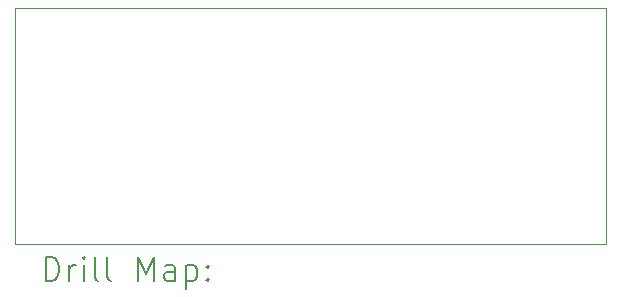
<source format=gbr>
%TF.GenerationSoftware,KiCad,Pcbnew,8.0.5*%
%TF.CreationDate,2024-10-12T18:06:36+02:00*%
%TF.ProjectId,DCDC_converter,44434443-5f63-46f6-9e76-65727465722e,rev?*%
%TF.SameCoordinates,Original*%
%TF.FileFunction,Drillmap*%
%TF.FilePolarity,Positive*%
%FSLAX45Y45*%
G04 Gerber Fmt 4.5, Leading zero omitted, Abs format (unit mm)*
G04 Created by KiCad (PCBNEW 8.0.5) date 2024-10-12 18:06:36*
%MOMM*%
%LPD*%
G01*
G04 APERTURE LIST*
%ADD10C,0.050000*%
%ADD11C,0.200000*%
G04 APERTURE END LIST*
D10*
X10000000Y-7000000D02*
X5000000Y-7000000D01*
X10000000Y-5000000D02*
X10000000Y-7000000D01*
X5000000Y-5000000D02*
X10000000Y-5000000D01*
X5000000Y-7000000D02*
X5000000Y-5000000D01*
D11*
X5258277Y-7313984D02*
X5258277Y-7113984D01*
X5258277Y-7113984D02*
X5305896Y-7113984D01*
X5305896Y-7113984D02*
X5334467Y-7123508D01*
X5334467Y-7123508D02*
X5353515Y-7142555D01*
X5353515Y-7142555D02*
X5363039Y-7161603D01*
X5363039Y-7161603D02*
X5372563Y-7199698D01*
X5372563Y-7199698D02*
X5372563Y-7228269D01*
X5372563Y-7228269D02*
X5363039Y-7266365D01*
X5363039Y-7266365D02*
X5353515Y-7285412D01*
X5353515Y-7285412D02*
X5334467Y-7304460D01*
X5334467Y-7304460D02*
X5305896Y-7313984D01*
X5305896Y-7313984D02*
X5258277Y-7313984D01*
X5458277Y-7313984D02*
X5458277Y-7180650D01*
X5458277Y-7218746D02*
X5467801Y-7199698D01*
X5467801Y-7199698D02*
X5477324Y-7190174D01*
X5477324Y-7190174D02*
X5496372Y-7180650D01*
X5496372Y-7180650D02*
X5515420Y-7180650D01*
X5582086Y-7313984D02*
X5582086Y-7180650D01*
X5582086Y-7113984D02*
X5572563Y-7123508D01*
X5572563Y-7123508D02*
X5582086Y-7133031D01*
X5582086Y-7133031D02*
X5591610Y-7123508D01*
X5591610Y-7123508D02*
X5582086Y-7113984D01*
X5582086Y-7113984D02*
X5582086Y-7133031D01*
X5705896Y-7313984D02*
X5686848Y-7304460D01*
X5686848Y-7304460D02*
X5677324Y-7285412D01*
X5677324Y-7285412D02*
X5677324Y-7113984D01*
X5810658Y-7313984D02*
X5791610Y-7304460D01*
X5791610Y-7304460D02*
X5782086Y-7285412D01*
X5782086Y-7285412D02*
X5782086Y-7113984D01*
X6039229Y-7313984D02*
X6039229Y-7113984D01*
X6039229Y-7113984D02*
X6105896Y-7256841D01*
X6105896Y-7256841D02*
X6172562Y-7113984D01*
X6172562Y-7113984D02*
X6172562Y-7313984D01*
X6353515Y-7313984D02*
X6353515Y-7209222D01*
X6353515Y-7209222D02*
X6343991Y-7190174D01*
X6343991Y-7190174D02*
X6324943Y-7180650D01*
X6324943Y-7180650D02*
X6286848Y-7180650D01*
X6286848Y-7180650D02*
X6267801Y-7190174D01*
X6353515Y-7304460D02*
X6334467Y-7313984D01*
X6334467Y-7313984D02*
X6286848Y-7313984D01*
X6286848Y-7313984D02*
X6267801Y-7304460D01*
X6267801Y-7304460D02*
X6258277Y-7285412D01*
X6258277Y-7285412D02*
X6258277Y-7266365D01*
X6258277Y-7266365D02*
X6267801Y-7247317D01*
X6267801Y-7247317D02*
X6286848Y-7237793D01*
X6286848Y-7237793D02*
X6334467Y-7237793D01*
X6334467Y-7237793D02*
X6353515Y-7228269D01*
X6448753Y-7180650D02*
X6448753Y-7380650D01*
X6448753Y-7190174D02*
X6467801Y-7180650D01*
X6467801Y-7180650D02*
X6505896Y-7180650D01*
X6505896Y-7180650D02*
X6524943Y-7190174D01*
X6524943Y-7190174D02*
X6534467Y-7199698D01*
X6534467Y-7199698D02*
X6543991Y-7218746D01*
X6543991Y-7218746D02*
X6543991Y-7275888D01*
X6543991Y-7275888D02*
X6534467Y-7294936D01*
X6534467Y-7294936D02*
X6524943Y-7304460D01*
X6524943Y-7304460D02*
X6505896Y-7313984D01*
X6505896Y-7313984D02*
X6467801Y-7313984D01*
X6467801Y-7313984D02*
X6448753Y-7304460D01*
X6629705Y-7294936D02*
X6639229Y-7304460D01*
X6639229Y-7304460D02*
X6629705Y-7313984D01*
X6629705Y-7313984D02*
X6620182Y-7304460D01*
X6620182Y-7304460D02*
X6629705Y-7294936D01*
X6629705Y-7294936D02*
X6629705Y-7313984D01*
X6629705Y-7190174D02*
X6639229Y-7199698D01*
X6639229Y-7199698D02*
X6629705Y-7209222D01*
X6629705Y-7209222D02*
X6620182Y-7199698D01*
X6620182Y-7199698D02*
X6629705Y-7190174D01*
X6629705Y-7190174D02*
X6629705Y-7209222D01*
M02*

</source>
